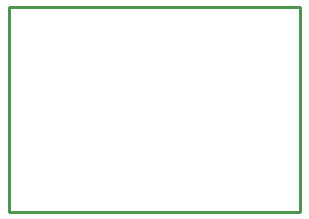
<source format=gbr>
G04 EAGLE Gerber RS-274X export*
G75*
%MOMM*%
%FSLAX34Y34*%
%LPD*%
%IN*%
%IPPOS*%
%AMOC8*
5,1,8,0,0,1.08239X$1,22.5*%
G01*
%ADD10C,0.254000*%


D10*
X0Y0D02*
X246890Y0D01*
X246890Y173890D01*
X0Y173890D01*
X0Y0D01*
M02*

</source>
